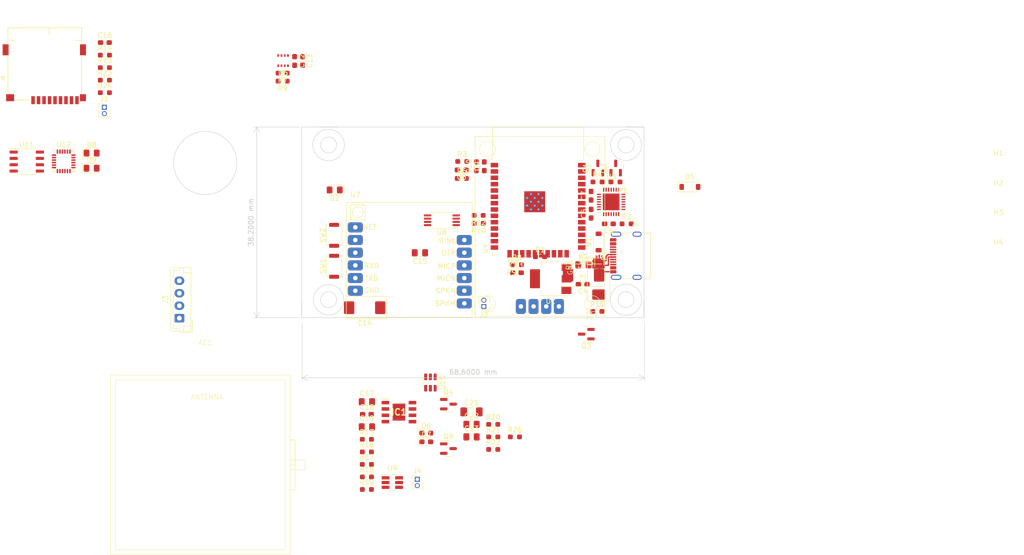
<source format=kicad_pcb>
(kicad_pcb (version 20221018) (generator pcbnew)
  (layers (0 "F.Cu" signal) (31 "B.Cu" signal) (34 "B.Paste" user) (35 "F.Paste" user) (36 "B.SilkS" user "B.Silkscreen") (37 "F.SilkS" user "F.Silkscreen") (38 "B.Mask" user) (39 "F.Mask" user) (44 "Edge.Cuts" user))
  (net 0 "")
  (net 1 "GSM_POWER_SOURSE")
  (net 2 "GND")
  (net 3 "+3.3V")
  (net 4 "+5V")
  (net 5 "Net-(C8-Pad1)")
  (net 6 "Net-(C11-Pad1)")
  (net 7 "Net-(D2-A)")
  (net 8 "Net-(D1-K)")
  (net 9 "SDA")
  (net 10 "SCL")
  (net 12 "Net-(P1-D+)")
  (net 13 "Net-(P1-D-)")
  (net 16 "Net-(Q1-B)")
  (net 17 "DTS")
  (net 18 "EN")
  (net 19 "Net-(Q2-B)")
  (net 20 "DTR")
  (net 21 "IO0")
  (net 22 "POWER_OF_GPS")
  (net 23 "Net-(Q3-D)")
  (net 24 "Net-(U3-~{RST})")
  (net 25 "Net-(D5-A)")
  (net 26 "TXD")
  (net 27 "RXD")
  (net 28 "Net-(U3-D+)")
  (net 29 "Net-(U3-D-)")
  (net 38 "GPS_TX")
  (net 39 "GPS_RX")
  (net 46 "SEN_VP")
  (net 47 "SEN_VN")
  (net 51 "Net-(D8-A)")
  (net 59 "Net-(D9-A)")
  (net 60 "Net-(J1-Pin_1)")
  (net 61 "Net-(J1-Pin_2)")
  (net 62 "Net-(J4-Pin_2)")
  (net 65 "MICROSD_MISO")
  (net 66 "Net-(J2-Pin_1)")
  (net 67 "Net-(J2-Pin_2)")
  (net 68 "MICROSD_CLK")
  (net 72 "TXD_GSM")
  (net 73 "RXD_GSM")
  (net 74 "POWER_OF_GSM")
  (net 75 "MICROSD_MOSI")
  (net 76 "MICROSD_CS")
  (net 77 "RST_GSM")
  (net 78 "Net-(IC1-BAT)")
  (net 79 "Net-(J4-Pin_1)")
  (net 80 "Net-(D6-K)")
  (net 81 "Net-(D7-K)")
  (net 82 "Net-(IC1-PROG)")
  (net 83 "Net-(IC1-STDBY)")
  (net 84 "Net-(IC1-CHRG)")
  (net 85 "BLUE_LED")
  (net 86 "Net-(U10-STAT)")
  (net 87 "OD")
  (net 88 "OC")
  (net 89 "GREEN_LED")
  (net 90 "RED_LED")
  (net 91 "Net-(U9-CS)")
  (net 94 "Net-(Q8-D)")
  (net 95 "Net-(Q4-G)")
  (net 96 "Net-(U11-OC)")
  (net 97 "Net-(U11-FB)")
  (net 128 "MPU5060_INT")
  (footprint "Resistor_SMD:R_0603_1608Metric_Pad0.98x0.95mm_HandSolder" (layer "F.Cu") (at 57.6745 109.625)
    (fp_text reference "R19")
    (fp_text value "700")
  )
  (footprint "Package_TO_SOT_SMD:TSOT-23-6" (layer "F.Cu") (at 70.4 88.2 -90)
    (fp_text reference "U10")
    (fp_text value "LTC4412xS6")
  )
  (footprint "Package_TO_SOT_SMD:SOT-23" (layer "F.Cu") (at 103.95 45.2125 90)
    (fp_text reference "Q1")
    (fp_text value "S8050" hide)
  )
  (footprint "Capacitor_SMD:C_0603_1608Metric_Pad1.08x0.95mm_HandSolder" (layer "F.Cu") (at 100.9125 68.5 180)
    (fp_text reference "C4")
    (fp_text value "100n" hide)
  )
  (footprint "Resistor_SMD:R_0603_1608Metric_Pad0.98x0.95mm_HandSolder" (layer "F.Cu") (at 82.9875 96.58)
    (fp_text reference "R20")
    (fp_text value "30k")
  )
  (footprint "Sensor_Motion:InvenSense_QFN-24_4x4mm_P0.5mm" (layer "F.Cu") (at -3.075 43.87)
    (fp_text reference "U12")
    (fp_text value "MPU-6050")
  )
  (footprint "Button_Switch_SMD:SW_Push_SPST_NO_Alps_SKRK" (layer "F.Cu") (at 51.1 64.9 90)
    (fp_text reference "SW1")
    (fp_text value "EN")
  )
  (footprint "Package_TO_SOT_SMD:SOT-666" (layer "F.Cu") (at 104.2375 63.85 90)
    (fp_text reference "U2")
    (fp_text value "USBLC6-2P6" hide)
  )
  (footprint "Resistor_SMD:R_0603_1608Metric_Pad0.98x0.95mm_HandSolder" (layer "F.Cu") (at 87.7125 64.6)
    (fp_text reference "R8")
    (fp_text value "470")
  )
  (footprint "LED_SMD:LED_0805_2012Metric_Pad1.15x1.40mm_HandSolder" (layer "F.Cu") (at 51.225 49.6 180)
    (fp_text reference "D2")
    (fp_text value "LED" hide)
  )
  (footprint "Capacitor_SMD:C_1206_3216Metric_Pad1.33x1.80mm_HandSolder" (layer "F.Cu") (at 78.6375 94.07)
    (fp_text reference "C21")
    (fp_text value "100u")
  )
  (footprint "LED_SMD:LED_0603_1608Metric_Pad1.05x0.95mm_HandSolder" (layer "F.Cu") (at 69.5745 100.075)
    (fp_text reference "D7")
    (fp_text value "LED Full blue")
  )
  (footprint "Capacitor_SMD:C_0805_2012Metric_Pad1.18x1.45mm_HandSolder" (layer "F.Cu") (at 57.6745 97.075)
    (fp_text reference "C19")
    (fp_text value "16uF")
  )
  (footprint "Button_Switch_SMD:SW_Push_SPST_NO_Alps_SKRK" (layer "F.Cu") (at 51.1 58.7 90)
    (fp_text reference "SW2")
    (fp_text value "BOOT")
  )
  (footprint "Package_LGA:Bosch_LGA-8_2.5x2.5mm_P0.65mm_ClockwisePinNumbering" (layer "F.Cu") (at 40.8875 23.7 180)
    (fp_text reference "U5")
    (fp_text value "BME280" hide)
  )
  (footprint "Capacitor_SMD:C_0603_1608Metric_Pad1.08x0.95mm_HandSolder" (layer "F.Cu") (at 44.7875 23.7625 -90)
    (fp_text reference "C13")
    (fp_text value "100n" hide)
  )
  (footprint "Resistor_SMD:R_0603_1608Metric_Pad0.98x0.95mm_HandSolder" (layer "F.Cu") (at 87.3375 99.09)
    (fp_text reference "R26")
    (fp_text value "9k")
  )
  (footprint "Resistor_SMD:R_0603_1608Metric_Pad0.98x0.95mm_HandSolder" (layer "F.Cu") (at 80.0875 56.3 180)
    (fp_text reference "R10")
    (fp_text value "10k")
  )
  (footprint "Capacitor_SMD:C_0603_1608Metric_Pad1.08x0.95mm_HandSolder" (layer "F.Cu") (at 5.175 20.08)
    (fp_text reference "C16")
    (fp_text value "100nF")
  )
  (footprint "Diode_SMD:D_SOD-123" (layer "F.Cu") (at 122.4 49)
    (fp_text reference "D5")
    (fp_text value "BAT48ZFILM")
  )
  (footprint "Connector_USB:USB_C_Receptacle_G-Switch_GT-USB-7010ASV" (layer "F.Cu") (at 110.735 62.8 90)
    (fp_text reference "P1")
    (fp_text value "USB_C_Plug_USB2.0")
  )
  (footprint "LED_SMD:LED_0805_2012Metric_Pad1.15x1.40mm_HandSolder" (layer "F.Cu") (at 2.52 45.255)
    (fp_text reference "D9")
    (fp_text value "LED")
  )
  (footprint "Resistor_SMD:R_0603_1608Metric_Pad0.98x0.95mm_HandSolder" (layer "F.Cu") (at 76.6875 47.3)
    (fp_text reference "R6")
    (fp_text value "470")
  )
  (footprint "Diode_SMD:D_SOD-123" (layer "F.Cu") (at 104.1 60.0375 90)
    (fp_text reference "D1")
    (fp_text value "BAT48ZFILM")
  )
  (footprint "Capacitor_SMD:C_0603_1608Metric_Pad1.08x0.95mm_HandSolder" (layer "F.Cu") (at 106.1625 56.4 180)
    (fp_text reference "C6")
    (fp_text value "100n" hide)
  )
  (footprint "MountingHole:MountingHole_2.2mm_M2" (layer "F.Cu") (at 184.2 45.45)
    (fp_text reference "H1")
    (fp_text value "MountingHole")
  )
  (footprint "Package_DFN_QFN:QFN-28-1EP_5x5mm_P0.5mm_EP3.35x3.35mm" (layer "F.Cu") (at 106.62 52)
    (fp_text reference "U3")
    (fp_text value "CP2102N-Axx-xQFN28" hide)
  )
  (footprint "Resistor_SMD:R_0603_1608Metric_Pad0.98x0.95mm_HandSolder" (layer "F.Cu") (at 40.8 27.8 180)
    (fp_text reference "R9")
    (fp_text value "4.7k" hide)
  )
  (footprint "Connector_JST:JST_EH_B4B-EH-A_1x04_P2.50mm_Vertical" (layer "F.Cu") (at 20.1 75.3 90)
    (fp_text reference "J3")
    (fp_text value "sensor")
  )
  (footprint "Resistor_SMD:R_0603_1608Metric_Pad0.98x0.95mm_HandSolder" (layer "F.Cu") (at 5.175 27.61)
    (fp_text reference "R23")
    (fp_text value "700")
  )
  (footprint "Capacitor_SMD:C_0805_2012Metric_Pad1.18x1.45mm_HandSolder" (layer "F.Cu") (at 78.6375 96.58)
    (fp_text reference "C22")
    (fp_text value "22u")
  )
  (footprint "MountingHole:MountingHole_2.2mm_M2" (layer "F.Cu") (at 184.2 51.4)
    (fp_text reference "H2")
    (fp_text value "MountingHole")
  )
  (footprint "Capacitor_SMD:C_0805_2012Metric_Pad1.18x1.45mm_HandSolder" (layer "F.Cu") (at 78.6375 99.09)
    (fp_text reference "C23")
    (fp_text value "22u")
  )
  (footprint "Footprint_library:GPS_ANTENNA" (layer "F.Cu") (at 25.3 80.7)
    (fp_text reference "AE1")
    (fp_text value "Antenna")
  )
  (footprint "Package_TO_SOT_SMD:SOT-23" (layer "F.Cu") (at 74.0175 92.53)
    (fp_text reference "Q4")
    (fp_text value "LTC4412")
  )
  (footprint "Resistor_SMD:R_0603_1608Metric_Pad0.98x0.95mm_HandSolder" (layer "F.Cu") (at 103.850781 73.95)
    (fp_text reference "R11")
    (fp_text value "9k" hide)
  )
  (footprint "Footprint_library:SIM800L-CORE" (layer "F.Cu") (at 55.356 57.1)
    (fp_text reference "U7")
    (fp_text value "~")
  )
  (footprint "Resistor_SMD:R_0603_1608Metric_Pad0.98x0.95mm_HandSolder" (layer "F.Cu") (at 57.6745 102.095)
    (fp_text reference "R16")
    (fp_text value "1k")
  )
  (footprint "Capacitor_Tantalum_SMD:CP_EIA-7343-31_Kemet-D" (layer "F.Cu") (at 104.1 67.4625 90)
    (fp_text reference "C3")
    (fp_text value "470u")
  )
  (footprint "Capacitor_SMD:C_0805_2012Metric_Pad1.18x1.45mm_HandSolder" (layer "F.Cu") (at 101.0625 64.6)
    (fp_text reference "C1")
    (fp_text value "22u" hide)
  )
  (footprint "Capacitor_SMD:C_0603_1608Metric_Pad1.08x0.95mm_HandSolder" (layer "F.Cu") (at 43.1875 23.7625 -90)
    (fp_text reference "C12")
    (fp_text value "100n" hide)
  )
  (footprint "Package_TO_SOT_SMD:SOT-23" (layer "F.Cu") (at 74.0175 101.43)
    (fp_text reference "Q8")
    (fp_text value "FDN358P")
  )
  (footprint "Capacitor_Tantalum_SMD:CP_EIA-7343-31_Kemet-D" (layer "F.Cu") (at 57.2375 73.2 180)
    (fp_text reference "C14")
    (fp_text value "470u")
  )
  (footprint "Resistor_SMD:R_0603_1608Metric_Pad0.98x0.95mm_HandSolder" (layer "F.Cu") (at 57.6745 99.585)
    (fp_text reference "R13")
    (fp_text value "1k")
  )
  (footprint "Capacitor_SMD:C_0603_1608Metric_Pad1.08x0.95mm_HandSolder" (layer "F.Cu") (at 76.6625 45.6 180)
    (fp_text reference "C8")
    (fp_text value "100n")
  )
  (footprint "Capacitor_SMD:C_0805_2012Metric_Pad1.18x1.45mm_HandSolder" (layer "F.Cu") (at 68.3 62.2 180)
    (fp_text reference "C15")
    (fp_text value "22u")
  )
  (footprint "Connector_PinHeader_1.27mm:PinHeader_1x02_P1.27mm_Vertical" (layer "F.Cu") (at 81.1 72.97 180)
    (fp_text reference "J2")
    (fp_text value "SPK")
  )
  (footprint "Resistor_SMD:R_0603_1608Metric_Pad0.98x0.95mm_HandSolder" (layer "F.Cu") (at 107.4875 48 180)
    (fp_text reference "R5")
    (fp_text value "10k" hide)
  )
  (footprint "Resistor_SMD:R_0603_1608Metric_Pad0.98x0.95mm_HandSolder" (layer "F.Cu") (at 109.7125 56.4)
    (fp_text reference "R2")
    (fp_text value "2k" hide)
  )
  (footprint "MountingHole:MountingHole_2.2mm_M2" (layer "F.Cu") (at 184.2 57.35)
    (fp_text reference "H3")
    (fp_text value "MountingHole")
  )
  (footprint "Footprint_library:SOIC127P600X175-9N" (layer "F.Cu") (at 64.0995 94.125)
    (fp_text reference "IC1")
    (fp_text value "TC4056A" hide)
  )
  (footprint "Resistor_SMD:R_0603_1608Metric_Pad0.98x0.95mm_HandSolder" (layer "F.Cu") (at 80.0625 54.7 180)
    (fp_text reference "R12")
    (fp_text value "10k")
  )
  (footprint "Package_TO_SOT_SMD:SOT-23-6_Handsoldering" (layer "F.Cu") (at 62.7745 108.235)
    (fp_text reference "U9")
    (fp_text value "DW01A")
  )
  (footprint "Capacitor_SMD:C_0603_1608Metric_Pad1.08x0.95mm_HandSolder" (layer "F.Cu") (at 79.6 44.8625 90)
    (fp_text reference "C10")
    (fp_text value "100n")
  )
  (footprint "Resistor_SMD:R_0603_1608Metric_Pad0.98x0.95mm_HandSolder" (layer "F.Cu") (at 103.8875 48)
    (fp_text reference "R4")
    (fp_text value "10k" hide)
  )
  (footprint "Resistor_SMD:R_0603_1608Metric_Pad0.98x0.95mm_HandSolder" (layer "F.Cu") (at 5.175 30.12)
    (fp_text reference "R24")
    (fp_text value "10k")
  )
  (footprint "Capacitor_SMD:C_0805_2012Metric_Pad1.18x1.45mm_HandSolder" (layer "F.Cu") (at 57.6745 92.055)
    (fp_text reference "C17")
    (fp_text value "16uF")
  )
  (footprint "Resistor_SMD:R_0603_1608Metric_Pad0.98x0.95mm_HandSolder" (layer "F.Cu") (at 5.175 22.59)
    (fp_text reference "R14")
    (fp_text value "100")
  )
  (footprint "Package_TO_SOT_SMD:SOT-223-3_TabPin2" (layer "F.Cu") (at 94.5 67.4 180)
    (fp_text reference "U1")
    (fp_text value "AMS1117-3.3" hide)
  )
  (footprint "Package_TO_SOT_SMD:SOT-23" (layer "F.Cu") (at 101.6375 78.5 180)
    (fp_text reference "Q3")
    (fp_text value "FDN358P" hide)
  )
  (footprint "Resistor_SMD:R_0603_1608Metric_Pad0.98x0.95mm_HandSolder" (layer "F.Cu") (at 5.175 25.1)
    (fp_text reference "R15")
    (fp_text value "470k")
  )
  (footprint "Capacitor_SMD:C_0603_1608Metric_Pad1.08x0.95mm_HandSolder" (layer "F.Cu") (at 81.2 44.8625 90)
    (fp_text reference "C9")
    (fp_text value "22u")
  )
  (footprint "Resistor_SMD:R_0603_1608Metric_Pad0.98x0.95mm_HandSolder" (layer "F.Cu") (at 57.6745 104.605)
    (fp_text reference "R17")
    (fp_text value "1200")
  )
  (footprint "Resistor_SMD:R_0603_1608Metric_Pad0.98x0.95mm_HandSolder" (layer "F.Cu") (at 40.8 26.2 180)
    (fp_text reference "R7")
    (fp_text value "4.7k" hide)
  )
  (footprint "MountingHole:MountingHole_2.2mm_M2" (layer "F.Cu") (at 184.2 63.3)
    (fp_text reference "H4")
    (fp_text value "MountingHole")
  )
  (footprint "Capacitor_SMD:C_0603_1608Metric_Pad1.08x0.95mm_HandSolder" (layer "F.Cu") (at 87.7375 66.2)
    (fp_text reference "C11")
    (fp_text value "100n")
  )
  (footprint "Resistor_SMD:R_0603_1608Metric_Pad0.98x0.95mm_HandSolder" (layer "F.Cu") (at 82.9875 99.09)
    (fp_text reference "R21")
    (fp_text value "73.2k")
  )
  (footprint "Capacitor_Tantalum_SMD:CP_EIA-7343-31_Kemet-D" (layer "F.Cu") (at 101.0875 66.7)
    (fp_text reference "C2")
    (fp_text value "470u")
  )
  (footprint "Resistor_SMD:R_0603_1608Metric_Pad0.98x0.95mm_HandSolder" (layer "F.Cu") (at 57.6745 107.115)
    (fp_text reference "R18")
    (fp_text value "1k")
  )
  (footprint "Package_SO:TSSOP-8_4.4x3mm_P0.65mm" (layer "F.Cu") (at 72.7 55.68 180)
    (fp_text reference "U8")
    (fp_text value "FS8205A")
  )
  (footprint "Resistor_SMD:R_0603_1608Metric_Pad0.98x0.95mm_HandSolder" (layer "F.Cu") (at 76.7875 43.9)
    (fp_text reference "R3")
    (fp_text value "10k")
  )
  (footprint "Resistor_SMD:R_0603_1608Metric_Pad0.98x0.95mm_HandSolder" (layer "F.Cu") (at 92.3625 63)
    (fp_text reference "R1")
    (fp_text value "700" hide)
  )
  (footprint "Resistor_SMD:R_0603_1608Metric_Pad0.98x0.95mm_HandSolder" (layer "F.Cu") (at 82.9875 101.6)
    (fp_text reference "R22")
    (fp_text value "10k")
  )
  (footprint "Package_TO_SOT_SMD:SOT-23" (layer "F.Cu") (at 107.525 45.2125 90)
    (fp_text reference "Q2")
    (fp_text value "S8050" hide)
  )
  (footprint "Capacitor_SMD:C_0603_1608Metric_Pad1.08x0.95mm_HandSolder" (layer "F.Cu") (at 102.6 50.7625 90)
    (fp_text reference "C7")
    (fp_text value "47u" hide)
  )
  (footprint "LED_SMD:LED_0603_1608Metric_Pad1.05x0.95mm_HandSolder" (layer "F.Cu") (at 69.5745 98.325)
    (fp_text reference "D6")
    (fp_text value "LED Charging red")
  )
  (footprint "Connector_PinHeader_1.27mm:PinHeader_1x02_P1.27mm_Vertical" (layer "F.Cu") (at 67.7745 107.585)
    (fp_text reference "J4")
    (fp_text value "BATTERY")
  )
  (footprint "Connector_PinHeader_1.27mm:PinHeader_1x02_P1.27mm_Vertical" (layer "F.Cu") (at 5.075 33.05)
    (fp_text reference "J1")
    (fp_text value "Mic")
  )
  (footprint "Footprint_library:J_SD_Card-micro_socket_A (1)" (layer "F.Cu") (at -6 24.6)
    (fp_text reference "J5")
    (fp_text value "Micro_SD_Card" hide)
  )
  (footprint "Capacitor_SMD:C_0603_1608Metric_Pad1.08x0.95mm_HandSolder" (layer "F.Cu") (at 102.6 54.3625 90)
    (fp_text reference "C5")
    (fp_text value "100n" hide)
  )
  (footprint "Package_SO:SOP-8_3.9x4.9mm_P1.27mm" (layer "F.Cu") (at -10.475 43.92)
    (fp_text reference "U11")
    (fp_text value "FP6298")
  )
  (footprint "LED_SMD:LED_0805_2012Metric_Pad1.15x1.40mm_HandSolder" (layer "F.Cu") (at 2.52 42.215)
    (fp_text reference "D8")
    (fp_text value "LED")
  )
  (footprint "Capacitor_SMD:C_0603_1608Metric_Pad1.08x0.95mm_HandSolder" (layer "F.Cu") (at 57.6745 94.565)
    (fp_text reference "C18")
    (fp_text value "100nF")
  )
  (footprint "RF_Module:ESP32-WROOM-32" (layer "F.Cu") (at 91.98 52.885)
    (fp_text reference "U4")
    (fp_text value "ESP32-WROOM-32")
  )
  (footprint "Footprint_library:GY_GPS6MV2_module" (layer "F.Cu") (at 115.85 47.15 -90)
    (fp_text reference "U6")
    (fp_text value "~" hide)
  )
  (gr_line (start 44.6 75.2) (end 113.2 75.2) (stroke (width 0.1)) (layer "Edge.Cuts"))
  (gr_line (start 113.2 37) (end 109.6 37) (stroke (width 0.1)) (layer "Edge.Cuts"))
  (gr_line (start 44.6 71.6) (end 44.6 75.2) (stroke (width 0.1)) (layer "Edge.Cuts"))
  (gr_circle (center 50 71.6) (end 51.6 71.6) (stroke (width 0.1)) (fill none) (layer "Edge.Cuts"))
  (gr_line (start 52 37) (end 48.2 37) (stroke (width 0.1)) (layer "Edge.Cuts"))
  (gr_circle (center 50 40.6) (end 52.6 42.4) (stroke (width 0.1)) (fill none) (layer "Edge.Cuts"))
  (gr_line (start 44.6 37) (end 111 37) (stroke (width 0.1)) (layer "Edge.Cuts"))
  (gr_circle (center 25.275445 44.2) (end 31.275445 46.2) (stroke (width 0.1)) (fill none) (layer "Edge.Cuts"))
  (gr_line (start 44.6 71.6) (end 44.6 37) (stroke (width 0.1)) (layer "Edge.Cuts"))
  (gr_line (start 113.2 37) (end 111 37) (stroke (width 0.1)) (layer "Edge.Cuts"))
  (gr_circle (center 109.6 40.6) (end 112.6 41.4) (stroke (width 0.1)) (fill none) (layer "Edge.Cuts"))
  (gr_line (start 113.2 75.2) (end 113.2 71.6) (stroke (width 0.1)) (layer "Edge.Cuts"))
  (gr_circle (center 50 71.6) (end 52.8 72.8) (stroke (width 0.1)) (fill none) (layer "Edge.Cuts"))
  (gr_line (start 44.6 75.2) (end 44.6 71.6) (stroke (width 0.1)) (layer "Edge.Cuts"))
  (gr_circle (center 50 40.6) (end 51.6 40.6) (stroke (width 0.1)) (fill none) (layer "Edge.Cuts"))
  (gr_circle (center 109.6 71.6) (end 112.4 73) (stroke (width 0.1)) (fill none) (layer "Edge.Cuts"))
  (gr_circle (center 109.6 71.6) (end 111.2 71.6) (stroke (width 0.1)) (fill none) (layer "Edge.Cuts"))
  (gr_circle (center 109.6 40.6) (end 111.2 40.6) (stroke (width 0.1)) (fill none) (layer "Edge.Cuts"))
  (gr_line (start 113.2 75.2) (end 113.2 37) (stroke (width 0.1)) (layer "Edge.Cuts"))
  (dimension (type aligned) (layer "Edge.Cuts") (pts (xy 113.3 75.65) (xy 44.7 75.65)) (height -11.6) (gr_text "68.6000 mm" (at 79 86.1) (layer "Edge.Cuts") (effects (font (size 1 1) (thickness 0.15)))) (format (prefix "") (suffix "") (units 3) (units_format 1) (precision 4)) (style (thickness 0.1) (arrow_length 1.27) (text_position_mode 0) (extension_height 0.58642) (extension_offset 0.5) keep_text_aligned))
  (dimension (type aligned) (layer "Edge.Cuts") (pts (xy 44.6 75.2) (xy 44.6 37)) (height -9) (gr_text "38.2000 mm" (at 34.45 56.1 90) (layer "Edge.Cuts") (effects (font (size 1 1) (thickness 0.15)))) (format (prefix "") (suffix "") (units 3) (units_format 1) (precision 4)) (style (thickness 0.1) (arrow_length 1.27) (text_position_mode 0) (extension_height 0.58642) (extension_offset 0.5) keep_text_aligned))
  (segment (start 104.2375 64.775) (end 104.2375 65.35) (width 0.25) (layer "F.Cu") (net 2))
  (segment (start 104.2375 65.35) (end 104.8875 66) (width 0.25) (layer "F.Cu") (net 2))
  (segment (start 104.8875 66) (end 107.01 66) (width 0.25) (layer "F.Cu") (net 2))
  (segment (start 104.775 64.7) (end 106.065 64.7) (width 0.25) (layer "F.Cu") (net 12))
  (segment (start 106.065 64.7) (end 106.065 63.075) (width 0.25) (layer "F.Cu") (net 12))
  (segment (start 106.065 63.075) (end 106.09 63.05) (width 0.25) (layer "F.Cu") (net 12))
  (segment (start 106.09 63.05) (end 107.01 63.05) (width 0.25) (layer "F.Cu") (net 12))
  (segment (start 105.953604 62.55) (end 107.01 62.55) (width 0.25) (layer "F.Cu") (net 13))
  (segment (start 105.615 62.888604) (end 105.953604 62.55) (width 0.25) (layer "F.Cu") (net 13))
  (segment (start 103.7 64.7) (end 103.7 64.1875) (width 0.25) (layer "F.Cu") (net 13))
  (segment (start 105.615 63.685) (end 105.615 62.888604) (width 0.25) (layer "F.Cu") (net 13))
  (segment (start 103.7875 64.1) (end 105.2 64.1) (width 0.25) (layer "F.Cu") (net 13))
  (segment (start 105.2 64.1) (end 105.615 63.685) (width 0.25) (layer "F.Cu") (net 13))
  (segment (start 103.7 64.1875) (end 103.7875 64.1) (width 0.25) (layer "F.Cu") (net 13))
)
</source>
